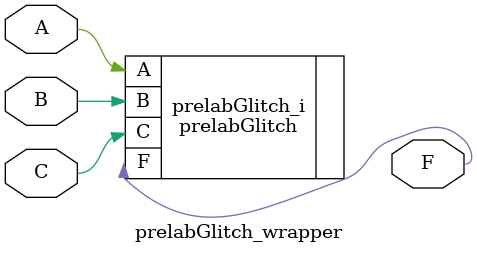
<source format=v>
`timescale 1 ps / 1 ps

module prelabGlitch_wrapper
   (A,
    B,
    C,
    F);
  input A;
  input B;
  input C;
  output F;

  wire A;
  wire B;
  wire C;
  wire F;

  prelabGlitch prelabGlitch_i
       (.A(A),
        .B(B),
        .C(C),
        .F(F));
endmodule

</source>
